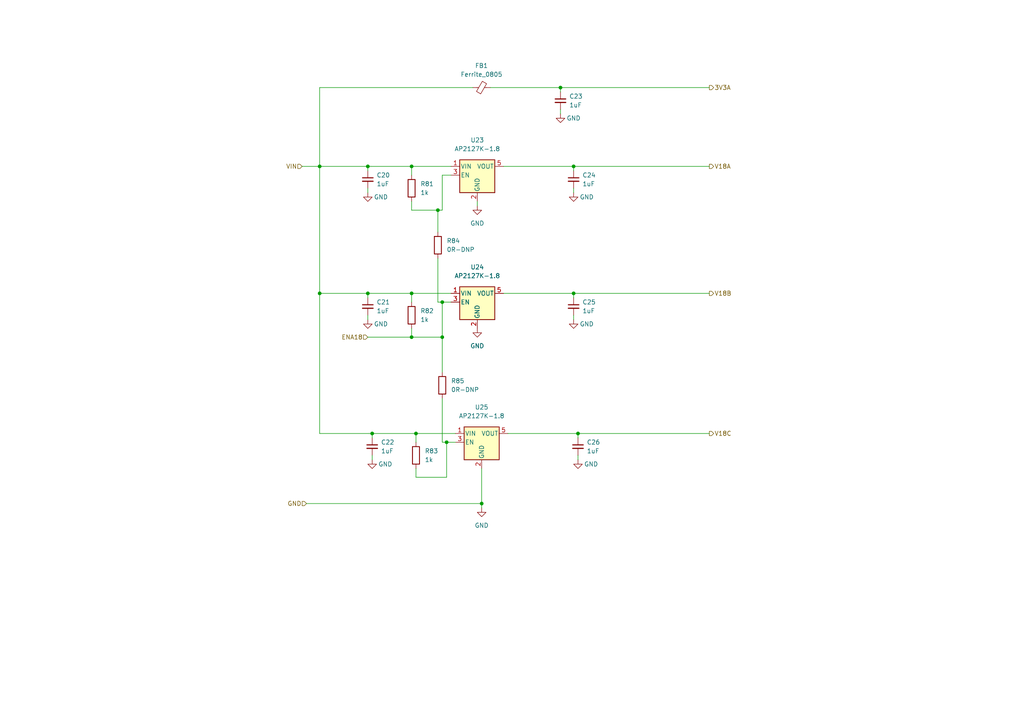
<source format=kicad_sch>
(kicad_sch (version 20211123) (generator eeschema)
  (paper "A4")
  (title_block (title "H7DDCADC") (date "2022-07-10") (rev "initial") (company "papamidas DM1CR") (comment 1 "Poeer Supply Section"))
  (lib_symbols
    (symbol "Device:C_Small" (pin_numbers hide) (pin_names (offset 0.254) hide)
      (property "Reference" "C" (at 0.254 1.778 0))
      (property "Value" "C_Small" (at 0.254 -2.032 0))
      (symbol "C_Small_0_1"
        (polyline (pts (xy -1.524 -0.508) (xy 1.524 -0.508)) (stroke (width 0.3302)))
        (polyline (pts (xy -1.524 0.508) (xy 1.524 0.508)) (stroke (width 0.3048)))
      )
      (symbol "C_Small_1_1"
        (pin passive line (at 0 2.54 270) (length 2.032) (name "~") (number "1"))
        (pin passive line (at 0 -2.54 90) (length 2.032) (name "~") (number "2"))
      )
    )
    (symbol "Device:FerriteBead_Small" (pin_numbers hide) (pin_names (offset 0))
      (property "Reference" "FB" (at 1.905 1.27 0))
      (property "Value" "FerriteBead_Small" (at 1.905 -1.27 0))
      (symbol "FerriteBead_Small_0_1"
        (polyline (pts (xy 0 -1.27) (xy 0 -0.7874)))
        (polyline (pts (xy 0 0.889) (xy 0 1.2954)))
        (polyline (pts (xy -1.8288 0.2794) (xy -1.1176 1.4986) (xy 1.8288 -0.2032) (xy 1.1176 -1.4224) (xy -1.8288 0.2794)))
      )
      (symbol "FerriteBead_Small_1_1"
        (pin passive line (at 0 2.54 270) (length 1.27) (name "~") (number "1"))
        (pin passive line (at 0 -2.54 90) (length 1.27) (name "~") (number "2"))
      )
    )
    (symbol "Device:R" (pin_numbers hide) (pin_names (offset 0))
      (property "Reference" "R" (at 2.032 0 90))
      (property "Value" "R" (at 0 0 90))
      (symbol "R_0_1"
        (rectangle (start -1.016 -2.54) (end 1.016 2.54) (stroke (width 0.254)))
      )
      (symbol "R_1_1"
        (pin passive line (at 0 3.81 270) (length 1.27) (name "~") (number "1"))
        (pin passive line (at 0 -3.81 90) (length 1.27) (name "~") (number "2"))
      )
    )
    (symbol "Regulator_Linear:AP2127K-1.8" (pin_names (offset 0.254))
      (property "Reference" "U" (at -5.08 5.715 0))
      (property "Value" "AP2127K-1.8" (at 0 5.715 0))
      (symbol "AP2127K-1.8_0_1"
        (rectangle (start -5.08 4.445) (end 5.08 -5.08) (stroke (width 0.254)) (fill (type background)))
      )
      (symbol "AP2127K-1.8_1_1"
        (pin power_in line (at -7.62 2.54 0) (length 2.54) (name "VIN") (number "1"))
        (pin power_in line (at 0 -7.62 90) (length 2.54) (name "GND") (number "2"))
        (pin input line (at -7.62 0 0) (length 2.54) (name "EN") (number "3"))
        (pin no_connect line (at 5.08 0 180) (length 2.54) hide (name "NC") (number "4"))
        (pin power_out line (at 7.62 2.54 180) (length 2.54) (name "VOUT") (number "5"))
      )
    )
    (symbol "power:GND" (power) (pin_names (offset 0))
      (property "Value" "GND" (at 0 -3.81 0))
      (symbol "GND_0_1"
        (polyline (pts (xy 0 0) (xy 0 -1.27) (xy 1.27 -1.27) (xy 0 -2.54) (xy -1.27 -1.27) (xy 0 -1.27)))
      )
      (symbol "GND_1_1"
        (pin power_in line (at 0 0 270) (length 0) hide (name "GND") (number "1"))
      )
    )
  )
  (junction (at 119.38 85.09))
  (junction (at 92.71 48.26))
  (junction (at 166.37 48.26))
  (junction (at 129.54 128.27))
  (junction (at 167.64 125.73))
  (junction (at 106.68 48.26))
  (junction (at 92.71 85.09))
  (junction (at 128.27 97.79))
  (junction (at 106.68 85.09))
  (junction (at 162.56 25.4))
  (junction (at 119.38 97.79))
  (junction (at 166.37 85.09))
  (junction (at 120.65 125.73))
  (junction (at 127 60.96))
  (junction (at 107.95 125.73))
  (junction (at 119.38 48.26))
  (junction (at 139.7 146.05))
  (junction (at 128.27 87.63))
  (wire (pts (xy 120.65 125.73) (xy 132.08 125.73)))
  (wire (pts (xy 139.7 146.05) (xy 139.7 147.32)))
  (wire (pts (xy 137.16 25.4) (xy 92.71 25.4)))
  (wire (pts (xy 120.65 125.73) (xy 120.65 128.27)))
  (wire (pts (xy 92.71 48.26) (xy 92.71 85.09)))
  (wire (pts (xy 106.68 85.09) (xy 106.68 86.36)))
  (wire (pts (xy 92.71 125.73) (xy 107.95 125.73)))
  (wire (pts (xy 146.05 85.09) (xy 166.37 85.09)))
  (wire (pts (xy 119.38 60.96) (xy 127 60.96)))
  (wire (pts (xy 120.65 138.43) (xy 129.54 138.43)))
  (wire (pts (xy 119.38 95.25) (xy 119.38 97.79)))
  (wire (pts (xy 162.56 31.75) (xy 162.56 33.02)))
  (wire (pts (xy 92.71 85.09) (xy 106.68 85.09)))
  (wire (pts (xy 166.37 85.09) (xy 166.37 86.36)))
  (wire (pts (xy 107.95 125.73) (xy 120.65 125.73)))
  (wire (pts (xy 162.56 25.4) (xy 205.74 25.4)))
  (wire (pts (xy 127 74.93) (xy 127 87.63)))
  (wire (pts (xy 106.68 54.61) (xy 106.68 55.88)))
  (wire (pts (xy 128.27 115.57) (xy 128.27 128.27)))
  (wire (pts (xy 88.9 146.05) (xy 139.7 146.05)))
  (wire (pts (xy 128.27 97.79) (xy 128.27 87.63)))
  (wire (pts (xy 119.38 58.42) (xy 119.38 60.96)))
  (wire (pts (xy 129.54 138.43) (xy 129.54 128.27)))
  (wire (pts (xy 139.7 135.89) (xy 139.7 146.05)))
  (wire (pts (xy 167.64 125.73) (xy 205.74 125.73)))
  (wire (pts (xy 120.65 135.89) (xy 120.65 138.43)))
  (wire (pts (xy 119.38 97.79) (xy 128.27 97.79)))
  (wire (pts (xy 127 60.96) (xy 127 67.31)))
  (wire (pts (xy 128.27 87.63) (xy 130.81 87.63)))
  (wire (pts (xy 119.38 85.09) (xy 119.38 87.63)))
  (wire (pts (xy 142.24 25.4) (xy 162.56 25.4)))
  (wire (pts (xy 87.63 48.26) (xy 92.71 48.26)))
  (wire (pts (xy 162.56 25.4) (xy 162.56 26.67)))
  (wire (pts (xy 146.05 48.26) (xy 166.37 48.26)))
  (wire (pts (xy 166.37 54.61) (xy 166.37 55.88)))
  (wire (pts (xy 106.68 91.44) (xy 106.68 92.71)))
  (wire (pts (xy 128.27 60.96) (xy 128.27 50.8)))
  (wire (pts (xy 106.68 48.26) (xy 119.38 48.26)))
  (wire (pts (xy 106.68 97.79) (xy 119.38 97.79)))
  (wire (pts (xy 128.27 128.27) (xy 129.54 128.27)))
  (wire (pts (xy 166.37 48.26) (xy 166.37 49.53)))
  (wire (pts (xy 166.37 91.44) (xy 166.37 92.71)))
  (wire (pts (xy 147.32 125.73) (xy 167.64 125.73)))
  (wire (pts (xy 92.71 48.26) (xy 106.68 48.26)))
  (wire (pts (xy 167.64 125.73) (xy 167.64 127)))
  (wire (pts (xy 107.95 125.73) (xy 107.95 127)))
  (wire (pts (xy 106.68 48.26) (xy 106.68 49.53)))
  (wire (pts (xy 107.95 132.08) (xy 107.95 133.35)))
  (wire (pts (xy 166.37 85.09) (xy 205.74 85.09)))
  (wire (pts (xy 119.38 48.26) (xy 119.38 50.8)))
  (wire (pts (xy 106.68 85.09) (xy 119.38 85.09)))
  (wire (pts (xy 119.38 48.26) (xy 130.81 48.26)))
  (wire (pts (xy 127 60.96) (xy 128.27 60.96)))
  (wire (pts (xy 119.38 85.09) (xy 130.81 85.09)))
  (wire (pts (xy 167.64 132.08) (xy 167.64 133.35)))
  (wire (pts (xy 138.43 58.42) (xy 138.43 59.69)))
  (wire (pts (xy 92.71 25.4) (xy 92.71 48.26)))
  (wire (pts (xy 92.71 85.09) (xy 92.71 125.73)))
  (wire (pts (xy 127 87.63) (xy 128.27 87.63)))
  (wire (pts (xy 128.27 50.8) (xy 130.81 50.8)))
  (wire (pts (xy 129.54 128.27) (xy 132.08 128.27)))
  (wire (pts (xy 128.27 97.79) (xy 128.27 107.95)))
  (wire (pts (xy 166.37 48.26) (xy 205.74 48.26)))
  (hierarchical_label "V18C" (shape output) (at 205.74 125.73 0))
  (hierarchical_label "V18A" (shape output) (at 205.74 48.26 0))
  (hierarchical_label "GND" (shape input) (at 88.9 146.05 180))
  (hierarchical_label "V18B" (shape output) (at 205.74 85.09 0))
  (hierarchical_label "ENA18" (shape input) (at 106.68 97.79 180))
  (hierarchical_label "VIN" (shape input) (at 87.63 48.26 180))
  (hierarchical_label "3V3A" (shape output) (at 205.74 25.4 0))
  (symbol (lib_id "power:GND") (at 139.7 147.32 0) (unit 1)
    (property "Reference" "#PWR0107" (effects hide))
    (property "Value" "GND" (at 139.7 152.4 0))
  )
  (symbol (lib_id "Device:C_Small") (at 106.68 52.07 0) (unit 1)
    (property "Reference" "C20" (at 109.22 50.8062 0) (effects (justify left)))
    (property "Value" "1uF" (at 109.22 53.3462 0) (effects (justify left)))
    (property "Footprint" "Capacitor_SMD:C_0805_2012Metric" (effects hide))
  )
  (symbol (lib_id "Device:C_Small") (at 166.37 88.9 0) (unit 1)
    (property "Reference" "C25" (at 168.91 87.6362 0) (effects (justify left)))
    (property "Value" "1uF" (at 168.91 90.1762 0) (effects (justify left)))
    (property "Footprint" "Capacitor_SMD:C_0805_2012Metric" (effects hide))
  )
  (symbol (lib_id "power:GND") (at 106.68 92.71 0) (unit 1)
    (property "Reference" "#PWR0103" (effects hide))
    (property "Value" "GND" (at 110.49 93.98 0))
  )
  (symbol (lib_id "Device:R") (at 128.27 111.76 0) (unit 1)
    (property "Reference" "R85" (at 130.81 110.4899 0) (effects (justify left)))
    (property "Value" "0R-DNP" (at 130.81 113.0299 0) (effects (justify left)))
    (property "Footprint" "Resistor_SMD:R_0805_2012Metric" (effects hide))
  )
  (symbol (lib_id "Device:FerriteBead_Small") (at 139.7 25.4 90) (unit 1)
    (property "Reference" "FB1" (at 139.6619 19.05 90))
    (property "Value" "Ferrite_0805" (at 139.6619 21.59 90))
    (property "Footprint" "Resistor_SMD:R_0805_2012Metric" (effects hide))
  )
  (symbol (lib_id "Device:R") (at 119.38 54.61 0) (unit 1)
    (property "Reference" "R81" (at 121.92 53.3399 0) (effects (justify left)))
    (property "Value" "1k" (at 121.92 55.8799 0) (effects (justify left)))
    (property "Footprint" "Resistor_SMD:R_0805_2012Metric" (effects hide))
  )
  (symbol (lib_id "Regulator_Linear:AP2127K-1.8") (at 138.43 87.63 0) (unit 1)
    (property "Reference" "U24" (at 138.43 77.47 0))
    (property "Value" "AP2127K-1.8" (at 138.43 80.01 0))
    (property "Footprint" "Package_TO_SOT_SMD:SOT-23-5" (effects hide))
    (property "Datasheet" "https://www.diodes.com/assets/Datasheets/AP2127.pdf" (effects hide))
  )
  (symbol (lib_id "Regulator_Linear:AP2127K-1.8") (at 139.7 128.27 0) (unit 1)
    (property "Reference" "U25" (at 139.7 118.11 0))
    (property "Value" "AP2127K-1.8" (at 139.7 120.65 0))
    (property "Footprint" "Package_TO_SOT_SMD:SOT-23-5" (effects hide))
    (property "Datasheet" "https://www.diodes.com/assets/Datasheets/AP2127.pdf" (effects hide))
  )
  (symbol (lib_id "power:GND") (at 107.95 133.35 0) (unit 1)
    (property "Reference" "#PWR0104" (effects hide))
    (property "Value" "GND" (at 111.76 134.62 0))
  )
  (symbol (lib_id "Device:R") (at 120.65 132.08 0) (unit 1)
    (property "Reference" "R83" (at 123.19 130.8099 0) (effects (justify left)))
    (property "Value" "1k" (at 123.19 133.3499 0) (effects (justify left)))
    (property "Footprint" "Resistor_SMD:R_0805_2012Metric" (effects hide))
  )
  (symbol (lib_id "power:GND") (at 166.37 92.71 0) (unit 1)
    (property "Reference" "#PWR0110" (effects hide))
    (property "Value" "GND" (at 170.18 93.98 0))
  )
  (symbol (lib_id "Device:R") (at 127 71.12 0) (unit 1)
    (property "Reference" "R84" (at 129.54 69.8499 0) (effects (justify left)))
    (property "Value" "0R-DNP" (at 129.54 72.3899 0) (effects (justify left)))
    (property "Footprint" "Resistor_SMD:R_0805_2012Metric" (effects hide))
  )
  (symbol (lib_id "Device:C_Small") (at 106.68 88.9 0) (unit 1)
    (property "Reference" "C21" (at 109.22 87.6362 0) (effects (justify left)))
    (property "Value" "1uF" (at 109.22 90.1762 0) (effects (justify left)))
    (property "Footprint" "Capacitor_SMD:C_0805_2012Metric" (effects hide))
  )
  (symbol (lib_id "Device:C_Small") (at 167.64 129.54 0) (unit 1)
    (property "Reference" "C26" (at 170.18 128.2762 0) (effects (justify left)))
    (property "Value" "1uF" (at 170.18 130.8162 0) (effects (justify left)))
    (property "Footprint" "Capacitor_SMD:C_0805_2012Metric" (effects hide))
  )
  (symbol (lib_id "power:GND") (at 106.68 55.88 0) (unit 1)
    (property "Reference" "#PWR0102" (effects hide))
    (property "Value" "GND" (at 110.49 57.15 0))
  )
  (symbol (lib_id "power:GND") (at 166.37 55.88 0) (unit 1)
    (property "Reference" "#PWR0109" (effects hide))
    (property "Value" "GND" (at 170.18 57.15 0))
  )
  (symbol (lib_id "Regulator_Linear:AP2127K-1.8") (at 138.43 50.8 0) (unit 1)
    (property "Reference" "U23" (at 138.43 40.64 0))
    (property "Value" "AP2127K-1.8" (at 138.43 43.18 0))
    (property "Footprint" "Package_TO_SOT_SMD:SOT-23-5" (effects hide))
    (property "Datasheet" "https://www.diodes.com/assets/Datasheets/AP2127.pdf" (effects hide))
  )
  (symbol (lib_id "power:GND") (at 138.43 95.25 0) (unit 1)
    (property "Reference" "#PWR0106" (effects hide))
    (property "Value" "GND" (at 138.43 100.33 0))
  )
  (symbol (lib_id "Device:R") (at 119.38 91.44 0) (unit 1)
    (property "Reference" "R82" (at 121.92 90.1699 0) (effects (justify left)))
    (property "Value" "1k" (at 121.92 92.7099 0) (effects (justify left)))
    (property "Footprint" "Resistor_SMD:R_0805_2012Metric" (effects hide))
  )
  (symbol (lib_id "power:GND") (at 138.43 59.69 0) (unit 1)
    (property "Reference" "#PWR0105" (effects hide))
    (property "Value" "GND" (at 138.43 64.77 0))
  )
  (symbol (lib_id "Device:C_Small") (at 107.95 129.54 0) (unit 1)
    (property "Reference" "C22" (at 110.49 128.2762 0) (effects (justify left)))
    (property "Value" "1uF" (at 110.49 130.8162 0) (effects (justify left)))
    (property "Footprint" "Capacitor_SMD:C_0805_2012Metric" (effects hide))
  )
  (symbol (lib_id "power:GND") (at 167.64 133.35 0) (unit 1)
    (property "Reference" "#PWR0111" (effects hide))
    (property "Value" "GND" (at 171.45 134.62 0))
  )
  (symbol (lib_id "Device:C_Small") (at 166.37 52.07 0) (unit 1)
    (property "Reference" "C24" (at 168.91 50.8062 0) (effects (justify left)))
    (property "Value" "1uF" (at 168.91 53.3462 0) (effects (justify left)))
    (property "Footprint" "Capacitor_SMD:C_0805_2012Metric" (effects hide))
  )
  (symbol (lib_id "Device:C_Small") (at 162.56 29.21 0) (unit 1)
    (property "Reference" "C23" (at 165.1 27.9462 0) (effects (justify left)))
    (property "Value" "1uF" (at 165.1 30.4862 0) (effects (justify left)))
    (property "Footprint" "Capacitor_SMD:C_0805_2012Metric" (effects hide))
  )
  (symbol (lib_id "power:GND") (at 162.56 33.02 0) (unit 1)
    (property "Reference" "#PWR0108" (effects hide))
    (property "Value" "GND" (at 166.37 34.29 0))
  )
)
</source>
